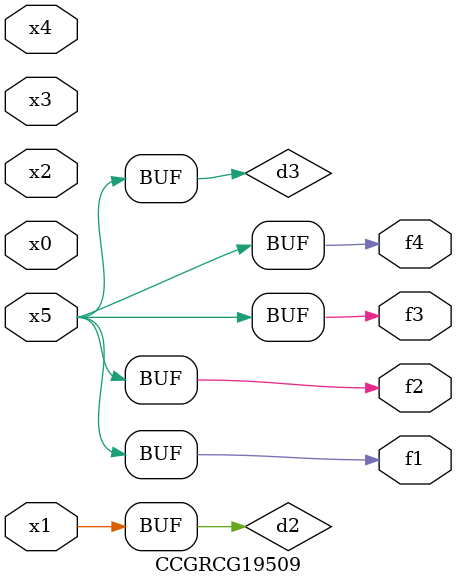
<source format=v>
module CCGRCG19509(
	input x0, x1, x2, x3, x4, x5,
	output f1, f2, f3, f4
);

	wire d1, d2, d3;

	not (d1, x5);
	or (d2, x1);
	xnor (d3, d1);
	assign f1 = d3;
	assign f2 = d3;
	assign f3 = d3;
	assign f4 = d3;
endmodule

</source>
